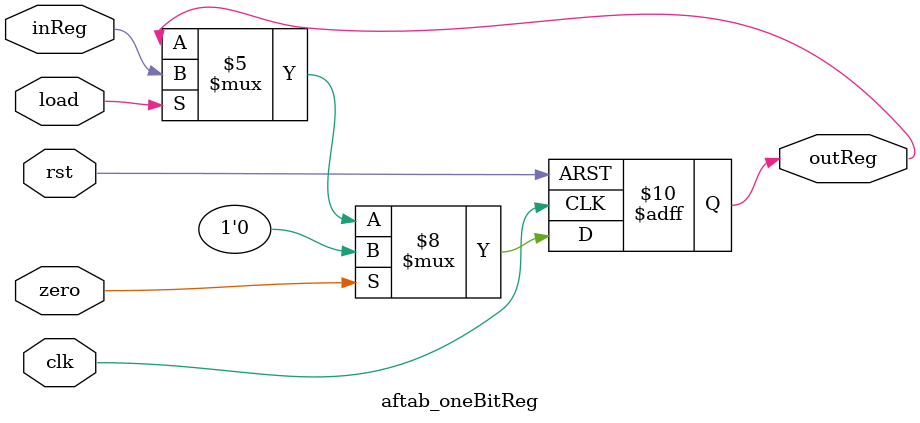
<source format=v>
`timescale 1ns/1ns

module aftab_oneBitReg
(
	input clk,
	input rst,
	input zero,
	input load,
	input inReg,
	output reg outReg
);

	always @(posedge clk, posedge rst)
	begin
		if(rst == 1'b1)
			outReg <= 1'b0;
		else
		begin
			if(zero == 1'b1)
				outReg <= 1'b0;
			else if(load == 1'b1)
				outReg <= inReg;
		end
	end

endmodule

</source>
